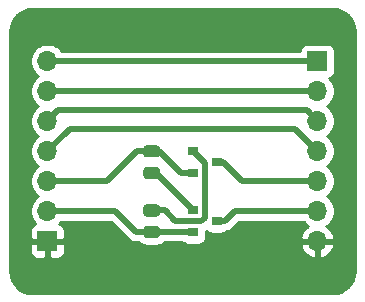
<source format=gbr>
%TF.GenerationSoftware,KiCad,Pcbnew,(5.1.10)-1*%
%TF.CreationDate,2021-06-13T21:16:24+02:00*%
%TF.ProjectId,esp_prog_uart_autoreset,6573705f-7072-46f6-975f-756172745f61,rev?*%
%TF.SameCoordinates,Original*%
%TF.FileFunction,Copper,L1,Top*%
%TF.FilePolarity,Positive*%
%FSLAX46Y46*%
G04 Gerber Fmt 4.6, Leading zero omitted, Abs format (unit mm)*
G04 Created by KiCad (PCBNEW (5.1.10)-1) date 2021-06-13 21:16:24*
%MOMM*%
%LPD*%
G01*
G04 APERTURE LIST*
%TA.AperFunction,SMDPad,CuDef*%
%ADD10R,0.900000X0.800000*%
%TD*%
%TA.AperFunction,ComponentPad*%
%ADD11R,1.700000X1.700000*%
%TD*%
%TA.AperFunction,ComponentPad*%
%ADD12O,1.700000X1.700000*%
%TD*%
%TA.AperFunction,Conductor*%
%ADD13C,0.500000*%
%TD*%
%TA.AperFunction,Conductor*%
%ADD14C,0.254000*%
%TD*%
%TA.AperFunction,Conductor*%
%ADD15C,0.100000*%
%TD*%
G04 APERTURE END LIST*
%TO.P,R2,1*%
%TO.N,Net-(Q2-Pad1)*%
%TA.AperFunction,SMDPad,CuDef*%
G36*
G01*
X143900002Y-101425000D02*
X142999998Y-101425000D01*
G75*
G02*
X142750000Y-101175002I0J249998D01*
G01*
X142750000Y-100649998D01*
G75*
G02*
X142999998Y-100400000I249998J0D01*
G01*
X143900002Y-100400000D01*
G75*
G02*
X144150000Y-100649998I0J-249998D01*
G01*
X144150000Y-101175002D01*
G75*
G02*
X143900002Y-101425000I-249998J0D01*
G01*
G37*
%TD.AperFunction*%
%TO.P,R2,2*%
%TO.N,UART_RTS*%
%TA.AperFunction,SMDPad,CuDef*%
G36*
G01*
X143900002Y-99600000D02*
X142999998Y-99600000D01*
G75*
G02*
X142750000Y-99350002I0J249998D01*
G01*
X142750000Y-98824998D01*
G75*
G02*
X142999998Y-98575000I249998J0D01*
G01*
X143900002Y-98575000D01*
G75*
G02*
X144150000Y-98824998I0J-249998D01*
G01*
X144150000Y-99350002D01*
G75*
G02*
X143900002Y-99600000I-249998J0D01*
G01*
G37*
%TD.AperFunction*%
%TD*%
%TO.P,R1,1*%
%TO.N,Net-(Q1-Pad1)*%
%TA.AperFunction,SMDPad,CuDef*%
G36*
G01*
X142999998Y-103575000D02*
X143900002Y-103575000D01*
G75*
G02*
X144150000Y-103824998I0J-249998D01*
G01*
X144150000Y-104350002D01*
G75*
G02*
X143900002Y-104600000I-249998J0D01*
G01*
X142999998Y-104600000D01*
G75*
G02*
X142750000Y-104350002I0J249998D01*
G01*
X142750000Y-103824998D01*
G75*
G02*
X142999998Y-103575000I249998J0D01*
G01*
G37*
%TD.AperFunction*%
%TO.P,R1,2*%
%TO.N,UART_DTR*%
%TA.AperFunction,SMDPad,CuDef*%
G36*
G01*
X142999998Y-105400000D02*
X143900002Y-105400000D01*
G75*
G02*
X144150000Y-105649998I0J-249998D01*
G01*
X144150000Y-106175002D01*
G75*
G02*
X143900002Y-106425000I-249998J0D01*
G01*
X142999998Y-106425000D01*
G75*
G02*
X142750000Y-106175002I0J249998D01*
G01*
X142750000Y-105649998D01*
G75*
G02*
X142999998Y-105400000I249998J0D01*
G01*
G37*
%TD.AperFunction*%
%TD*%
D10*
%TO.P,Q2,3*%
%TO.N,ESP_GPIO0*%
X148950000Y-105000000D03*
%TO.P,Q2,2*%
%TO.N,UART_DTR*%
X146950000Y-105950000D03*
%TO.P,Q2,1*%
%TO.N,Net-(Q2-Pad1)*%
X146950000Y-104050000D03*
%TD*%
%TO.P,Q1,1*%
%TO.N,Net-(Q1-Pad1)*%
X146950000Y-99050000D03*
%TO.P,Q1,2*%
%TO.N,UART_RTS*%
X146950000Y-100950000D03*
%TO.P,Q1,3*%
%TO.N,ESP_RESET*%
X148950000Y-100000000D03*
%TD*%
D11*
%TO.P,J2,1*%
%TO.N,POWER*%
X157480000Y-91440000D03*
D12*
%TO.P,J2,2*%
%TO.N,3.3V*%
X157480000Y-93980000D03*
%TO.P,J2,3*%
%TO.N,UART_TXD_2_ESP_RXD*%
X157480000Y-96520000D03*
%TO.P,J2,4*%
%TO.N,UART_RXD_2_ESP_TXD*%
X157480000Y-99060000D03*
%TO.P,J2,5*%
%TO.N,ESP_RESET*%
X157480000Y-101600000D03*
%TO.P,J2,6*%
%TO.N,ESP_GPIO0*%
X157480000Y-104140000D03*
%TO.P,J2,7*%
%TO.N,GND*%
X157480000Y-106680000D03*
%TD*%
D11*
%TO.P,J1,1*%
%TO.N,GND*%
X134620000Y-106680000D03*
D12*
%TO.P,J1,2*%
%TO.N,UART_DTR*%
X134620000Y-104140000D03*
%TO.P,J1,3*%
%TO.N,UART_RTS*%
X134620000Y-101600000D03*
%TO.P,J1,4*%
%TO.N,UART_RXD_2_ESP_TXD*%
X134620000Y-99060000D03*
%TO.P,J1,5*%
%TO.N,UART_TXD_2_ESP_RXD*%
X134620000Y-96520000D03*
%TO.P,J1,6*%
%TO.N,3.3V*%
X134620000Y-93980000D03*
%TO.P,J1,7*%
%TO.N,POWER*%
X134620000Y-91440000D03*
%TD*%
D13*
%TO.N,3.3V*%
X134620000Y-93980000D02*
X157480000Y-93980000D01*
%TO.N,UART_TXD_2_ESP_RXD*%
X156560000Y-95600000D02*
X157480000Y-96520000D01*
X135540000Y-95600000D02*
X156560000Y-95600000D01*
X134620000Y-96520000D02*
X135540000Y-95600000D01*
%TO.N,UART_RXD_2_ESP_TXD*%
X134620000Y-99060000D02*
X136525000Y-97155000D01*
X155575000Y-97155000D02*
X157480000Y-99060000D01*
X136525000Y-97155000D02*
X155575000Y-97155000D01*
%TO.N,UART_DTR*%
X146912500Y-105912500D02*
X146950000Y-105950000D01*
X143450000Y-105912500D02*
X146912500Y-105912500D01*
X134620000Y-104140000D02*
X140335000Y-104140000D01*
X142107500Y-105912500D02*
X143450000Y-105912500D01*
X140335000Y-104140000D02*
X142107500Y-105912500D01*
%TO.N,UART_RTS*%
X143450000Y-99087500D02*
X144037500Y-99087500D01*
X145900000Y-100950000D02*
X146950000Y-100950000D01*
X144037500Y-99087500D02*
X145900000Y-100950000D01*
X134620000Y-101600000D02*
X139700000Y-101600000D01*
X142212500Y-99087500D02*
X143450000Y-99087500D01*
X139700000Y-101600000D02*
X142212500Y-99087500D01*
%TO.N,ESP_GPIO0*%
X157480000Y-104140000D02*
X150495000Y-104140000D01*
X149635000Y-105000000D02*
X148950000Y-105000000D01*
X150495000Y-104140000D02*
X149635000Y-105000000D01*
%TO.N,ESP_RESET*%
X157480000Y-101600000D02*
X151130000Y-101600000D01*
X149530000Y-100000000D02*
X148950000Y-100000000D01*
X151130000Y-101600000D02*
X149530000Y-100000000D01*
%TO.N,Net-(Q1-Pad1)*%
X143450000Y-104087500D02*
X144537500Y-104087500D01*
X144537500Y-104087500D02*
X145450000Y-105000000D01*
X147660002Y-105000000D02*
X147950000Y-104710002D01*
X145450000Y-105000000D02*
X147660002Y-105000000D01*
X147950000Y-100050000D02*
X146950000Y-99050000D01*
X147950000Y-104710002D02*
X147950000Y-100050000D01*
%TO.N,Net-(Q2-Pad1)*%
X143812500Y-100912500D02*
X146950000Y-104050000D01*
X143450000Y-100912500D02*
X143812500Y-100912500D01*
%TO.N,POWER*%
X134620000Y-91440000D02*
X157480000Y-91440000D01*
%TD*%
D14*
%TO.N,GND*%
X159114545Y-87058909D02*
X159465208Y-87164780D01*
X159788625Y-87336744D01*
X160072484Y-87568254D01*
X160305965Y-87850486D01*
X160480183Y-88172695D01*
X160588502Y-88522614D01*
X160630001Y-88917452D01*
X160630000Y-109187721D01*
X160591091Y-109584545D01*
X160485220Y-109935206D01*
X160313257Y-110258623D01*
X160081748Y-110542482D01*
X159799514Y-110775965D01*
X159477304Y-110950184D01*
X159127385Y-111058502D01*
X158732557Y-111100000D01*
X133382279Y-111100000D01*
X132985455Y-111061091D01*
X132634794Y-110955220D01*
X132311377Y-110783257D01*
X132027518Y-110551748D01*
X131794035Y-110269514D01*
X131619816Y-109947304D01*
X131511498Y-109597385D01*
X131470000Y-109202557D01*
X131470000Y-107530000D01*
X133131928Y-107530000D01*
X133144188Y-107654482D01*
X133180498Y-107774180D01*
X133239463Y-107884494D01*
X133318815Y-107981185D01*
X133415506Y-108060537D01*
X133525820Y-108119502D01*
X133645518Y-108155812D01*
X133770000Y-108168072D01*
X134334250Y-108165000D01*
X134493000Y-108006250D01*
X134493000Y-106807000D01*
X134747000Y-106807000D01*
X134747000Y-108006250D01*
X134905750Y-108165000D01*
X135470000Y-108168072D01*
X135594482Y-108155812D01*
X135714180Y-108119502D01*
X135824494Y-108060537D01*
X135921185Y-107981185D01*
X136000537Y-107884494D01*
X136059502Y-107774180D01*
X136095812Y-107654482D01*
X136108072Y-107530000D01*
X136105000Y-106965750D01*
X135946250Y-106807000D01*
X134747000Y-106807000D01*
X134493000Y-106807000D01*
X133293750Y-106807000D01*
X133135000Y-106965750D01*
X133131928Y-107530000D01*
X131470000Y-107530000D01*
X131470000Y-105830000D01*
X133131928Y-105830000D01*
X133135000Y-106394250D01*
X133293750Y-106553000D01*
X134493000Y-106553000D01*
X134493000Y-106533000D01*
X134747000Y-106533000D01*
X134747000Y-106553000D01*
X135946250Y-106553000D01*
X136105000Y-106394250D01*
X136108072Y-105830000D01*
X136095812Y-105705518D01*
X136059502Y-105585820D01*
X136000537Y-105475506D01*
X135921185Y-105378815D01*
X135824494Y-105299463D01*
X135714180Y-105240498D01*
X135641620Y-105218487D01*
X135773475Y-105086632D01*
X135814656Y-105025000D01*
X139968422Y-105025000D01*
X141450970Y-106507549D01*
X141478683Y-106541317D01*
X141512451Y-106569030D01*
X141512453Y-106569032D01*
X141613441Y-106651911D01*
X141767186Y-106734089D01*
X141934010Y-106784695D01*
X142064023Y-106797500D01*
X142064031Y-106797500D01*
X142107500Y-106801781D01*
X142150969Y-106797500D01*
X142367555Y-106797500D01*
X142372038Y-106802962D01*
X142506613Y-106913405D01*
X142660148Y-106995472D01*
X142826744Y-107046008D01*
X142999998Y-107063072D01*
X143900002Y-107063072D01*
X144073256Y-107046008D01*
X144103314Y-107036890D01*
X156038524Y-107036890D01*
X156083175Y-107184099D01*
X156208359Y-107446920D01*
X156382412Y-107680269D01*
X156598645Y-107875178D01*
X156848748Y-108024157D01*
X157123109Y-108121481D01*
X157353000Y-108000814D01*
X157353000Y-106807000D01*
X157607000Y-106807000D01*
X157607000Y-108000814D01*
X157836891Y-108121481D01*
X158111252Y-108024157D01*
X158361355Y-107875178D01*
X158577588Y-107680269D01*
X158751641Y-107446920D01*
X158876825Y-107184099D01*
X158921476Y-107036890D01*
X158800155Y-106807000D01*
X157607000Y-106807000D01*
X157353000Y-106807000D01*
X156159845Y-106807000D01*
X156038524Y-107036890D01*
X144103314Y-107036890D01*
X144239852Y-106995472D01*
X144393387Y-106913405D01*
X144527962Y-106802962D01*
X144532445Y-106797500D01*
X146045791Y-106797500D01*
X146048815Y-106801185D01*
X146145506Y-106880537D01*
X146255820Y-106939502D01*
X146375518Y-106975812D01*
X146500000Y-106988072D01*
X147400000Y-106988072D01*
X147524482Y-106975812D01*
X147644180Y-106939502D01*
X147754494Y-106880537D01*
X147851185Y-106801185D01*
X147930537Y-106704494D01*
X147989502Y-106594180D01*
X148025812Y-106474482D01*
X148038072Y-106350000D01*
X148038072Y-105838095D01*
X148048815Y-105851185D01*
X148145506Y-105930537D01*
X148255820Y-105989502D01*
X148375518Y-106025812D01*
X148500000Y-106038072D01*
X149400000Y-106038072D01*
X149524482Y-106025812D01*
X149644180Y-105989502D01*
X149754494Y-105930537D01*
X149835608Y-105863969D01*
X149975313Y-105821589D01*
X150129059Y-105739411D01*
X150263817Y-105628817D01*
X150291534Y-105595044D01*
X150861579Y-105025000D01*
X156285344Y-105025000D01*
X156326525Y-105086632D01*
X156533368Y-105293475D01*
X156715534Y-105415195D01*
X156598645Y-105484822D01*
X156382412Y-105679731D01*
X156208359Y-105913080D01*
X156083175Y-106175901D01*
X156038524Y-106323110D01*
X156159845Y-106553000D01*
X157353000Y-106553000D01*
X157353000Y-106533000D01*
X157607000Y-106533000D01*
X157607000Y-106553000D01*
X158800155Y-106553000D01*
X158921476Y-106323110D01*
X158876825Y-106175901D01*
X158751641Y-105913080D01*
X158577588Y-105679731D01*
X158361355Y-105484822D01*
X158244466Y-105415195D01*
X158426632Y-105293475D01*
X158633475Y-105086632D01*
X158795990Y-104843411D01*
X158907932Y-104573158D01*
X158965000Y-104286260D01*
X158965000Y-103993740D01*
X158907932Y-103706842D01*
X158795990Y-103436589D01*
X158633475Y-103193368D01*
X158426632Y-102986525D01*
X158252240Y-102870000D01*
X158426632Y-102753475D01*
X158633475Y-102546632D01*
X158795990Y-102303411D01*
X158907932Y-102033158D01*
X158965000Y-101746260D01*
X158965000Y-101453740D01*
X158907932Y-101166842D01*
X158795990Y-100896589D01*
X158633475Y-100653368D01*
X158426632Y-100446525D01*
X158252240Y-100330000D01*
X158426632Y-100213475D01*
X158633475Y-100006632D01*
X158795990Y-99763411D01*
X158907932Y-99493158D01*
X158965000Y-99206260D01*
X158965000Y-98913740D01*
X158907932Y-98626842D01*
X158795990Y-98356589D01*
X158633475Y-98113368D01*
X158426632Y-97906525D01*
X158252240Y-97790000D01*
X158426632Y-97673475D01*
X158633475Y-97466632D01*
X158795990Y-97223411D01*
X158907932Y-96953158D01*
X158965000Y-96666260D01*
X158965000Y-96373740D01*
X158907932Y-96086842D01*
X158795990Y-95816589D01*
X158633475Y-95573368D01*
X158426632Y-95366525D01*
X158252240Y-95250000D01*
X158426632Y-95133475D01*
X158633475Y-94926632D01*
X158795990Y-94683411D01*
X158907932Y-94413158D01*
X158965000Y-94126260D01*
X158965000Y-93833740D01*
X158907932Y-93546842D01*
X158795990Y-93276589D01*
X158633475Y-93033368D01*
X158501620Y-92901513D01*
X158574180Y-92879502D01*
X158684494Y-92820537D01*
X158781185Y-92741185D01*
X158860537Y-92644494D01*
X158919502Y-92534180D01*
X158955812Y-92414482D01*
X158968072Y-92290000D01*
X158968072Y-90590000D01*
X158955812Y-90465518D01*
X158919502Y-90345820D01*
X158860537Y-90235506D01*
X158781185Y-90138815D01*
X158684494Y-90059463D01*
X158574180Y-90000498D01*
X158454482Y-89964188D01*
X158330000Y-89951928D01*
X156630000Y-89951928D01*
X156505518Y-89964188D01*
X156385820Y-90000498D01*
X156275506Y-90059463D01*
X156178815Y-90138815D01*
X156099463Y-90235506D01*
X156040498Y-90345820D01*
X156004188Y-90465518D01*
X155995375Y-90555000D01*
X135814656Y-90555000D01*
X135773475Y-90493368D01*
X135566632Y-90286525D01*
X135323411Y-90124010D01*
X135053158Y-90012068D01*
X134766260Y-89955000D01*
X134473740Y-89955000D01*
X134186842Y-90012068D01*
X133916589Y-90124010D01*
X133673368Y-90286525D01*
X133466525Y-90493368D01*
X133304010Y-90736589D01*
X133192068Y-91006842D01*
X133135000Y-91293740D01*
X133135000Y-91586260D01*
X133192068Y-91873158D01*
X133304010Y-92143411D01*
X133466525Y-92386632D01*
X133673368Y-92593475D01*
X133847760Y-92710000D01*
X133673368Y-92826525D01*
X133466525Y-93033368D01*
X133304010Y-93276589D01*
X133192068Y-93546842D01*
X133135000Y-93833740D01*
X133135000Y-94126260D01*
X133192068Y-94413158D01*
X133304010Y-94683411D01*
X133466525Y-94926632D01*
X133673368Y-95133475D01*
X133847760Y-95250000D01*
X133673368Y-95366525D01*
X133466525Y-95573368D01*
X133304010Y-95816589D01*
X133192068Y-96086842D01*
X133135000Y-96373740D01*
X133135000Y-96666260D01*
X133192068Y-96953158D01*
X133304010Y-97223411D01*
X133466525Y-97466632D01*
X133673368Y-97673475D01*
X133847760Y-97790000D01*
X133673368Y-97906525D01*
X133466525Y-98113368D01*
X133304010Y-98356589D01*
X133192068Y-98626842D01*
X133135000Y-98913740D01*
X133135000Y-99206260D01*
X133192068Y-99493158D01*
X133304010Y-99763411D01*
X133466525Y-100006632D01*
X133673368Y-100213475D01*
X133847760Y-100330000D01*
X133673368Y-100446525D01*
X133466525Y-100653368D01*
X133304010Y-100896589D01*
X133192068Y-101166842D01*
X133135000Y-101453740D01*
X133135000Y-101746260D01*
X133192068Y-102033158D01*
X133304010Y-102303411D01*
X133466525Y-102546632D01*
X133673368Y-102753475D01*
X133847760Y-102870000D01*
X133673368Y-102986525D01*
X133466525Y-103193368D01*
X133304010Y-103436589D01*
X133192068Y-103706842D01*
X133135000Y-103993740D01*
X133135000Y-104286260D01*
X133192068Y-104573158D01*
X133304010Y-104843411D01*
X133466525Y-105086632D01*
X133598380Y-105218487D01*
X133525820Y-105240498D01*
X133415506Y-105299463D01*
X133318815Y-105378815D01*
X133239463Y-105475506D01*
X133180498Y-105585820D01*
X133144188Y-105705518D01*
X133131928Y-105830000D01*
X131470000Y-105830000D01*
X131470000Y-88932279D01*
X131508909Y-88535455D01*
X131614780Y-88184792D01*
X131786744Y-87861375D01*
X132018254Y-87577516D01*
X132300486Y-87344035D01*
X132622695Y-87169817D01*
X132972614Y-87061498D01*
X133367443Y-87020000D01*
X158717721Y-87020000D01*
X159114545Y-87058909D01*
%TA.AperFunction,Conductor*%
D15*
G36*
X159114545Y-87058909D02*
G01*
X159465208Y-87164780D01*
X159788625Y-87336744D01*
X160072484Y-87568254D01*
X160305965Y-87850486D01*
X160480183Y-88172695D01*
X160588502Y-88522614D01*
X160630001Y-88917452D01*
X160630000Y-109187721D01*
X160591091Y-109584545D01*
X160485220Y-109935206D01*
X160313257Y-110258623D01*
X160081748Y-110542482D01*
X159799514Y-110775965D01*
X159477304Y-110950184D01*
X159127385Y-111058502D01*
X158732557Y-111100000D01*
X133382279Y-111100000D01*
X132985455Y-111061091D01*
X132634794Y-110955220D01*
X132311377Y-110783257D01*
X132027518Y-110551748D01*
X131794035Y-110269514D01*
X131619816Y-109947304D01*
X131511498Y-109597385D01*
X131470000Y-109202557D01*
X131470000Y-107530000D01*
X133131928Y-107530000D01*
X133144188Y-107654482D01*
X133180498Y-107774180D01*
X133239463Y-107884494D01*
X133318815Y-107981185D01*
X133415506Y-108060537D01*
X133525820Y-108119502D01*
X133645518Y-108155812D01*
X133770000Y-108168072D01*
X134334250Y-108165000D01*
X134493000Y-108006250D01*
X134493000Y-106807000D01*
X134747000Y-106807000D01*
X134747000Y-108006250D01*
X134905750Y-108165000D01*
X135470000Y-108168072D01*
X135594482Y-108155812D01*
X135714180Y-108119502D01*
X135824494Y-108060537D01*
X135921185Y-107981185D01*
X136000537Y-107884494D01*
X136059502Y-107774180D01*
X136095812Y-107654482D01*
X136108072Y-107530000D01*
X136105000Y-106965750D01*
X135946250Y-106807000D01*
X134747000Y-106807000D01*
X134493000Y-106807000D01*
X133293750Y-106807000D01*
X133135000Y-106965750D01*
X133131928Y-107530000D01*
X131470000Y-107530000D01*
X131470000Y-105830000D01*
X133131928Y-105830000D01*
X133135000Y-106394250D01*
X133293750Y-106553000D01*
X134493000Y-106553000D01*
X134493000Y-106533000D01*
X134747000Y-106533000D01*
X134747000Y-106553000D01*
X135946250Y-106553000D01*
X136105000Y-106394250D01*
X136108072Y-105830000D01*
X136095812Y-105705518D01*
X136059502Y-105585820D01*
X136000537Y-105475506D01*
X135921185Y-105378815D01*
X135824494Y-105299463D01*
X135714180Y-105240498D01*
X135641620Y-105218487D01*
X135773475Y-105086632D01*
X135814656Y-105025000D01*
X139968422Y-105025000D01*
X141450970Y-106507549D01*
X141478683Y-106541317D01*
X141512451Y-106569030D01*
X141512453Y-106569032D01*
X141613441Y-106651911D01*
X141767186Y-106734089D01*
X141934010Y-106784695D01*
X142064023Y-106797500D01*
X142064031Y-106797500D01*
X142107500Y-106801781D01*
X142150969Y-106797500D01*
X142367555Y-106797500D01*
X142372038Y-106802962D01*
X142506613Y-106913405D01*
X142660148Y-106995472D01*
X142826744Y-107046008D01*
X142999998Y-107063072D01*
X143900002Y-107063072D01*
X144073256Y-107046008D01*
X144103314Y-107036890D01*
X156038524Y-107036890D01*
X156083175Y-107184099D01*
X156208359Y-107446920D01*
X156382412Y-107680269D01*
X156598645Y-107875178D01*
X156848748Y-108024157D01*
X157123109Y-108121481D01*
X157353000Y-108000814D01*
X157353000Y-106807000D01*
X157607000Y-106807000D01*
X157607000Y-108000814D01*
X157836891Y-108121481D01*
X158111252Y-108024157D01*
X158361355Y-107875178D01*
X158577588Y-107680269D01*
X158751641Y-107446920D01*
X158876825Y-107184099D01*
X158921476Y-107036890D01*
X158800155Y-106807000D01*
X157607000Y-106807000D01*
X157353000Y-106807000D01*
X156159845Y-106807000D01*
X156038524Y-107036890D01*
X144103314Y-107036890D01*
X144239852Y-106995472D01*
X144393387Y-106913405D01*
X144527962Y-106802962D01*
X144532445Y-106797500D01*
X146045791Y-106797500D01*
X146048815Y-106801185D01*
X146145506Y-106880537D01*
X146255820Y-106939502D01*
X146375518Y-106975812D01*
X146500000Y-106988072D01*
X147400000Y-106988072D01*
X147524482Y-106975812D01*
X147644180Y-106939502D01*
X147754494Y-106880537D01*
X147851185Y-106801185D01*
X147930537Y-106704494D01*
X147989502Y-106594180D01*
X148025812Y-106474482D01*
X148038072Y-106350000D01*
X148038072Y-105838095D01*
X148048815Y-105851185D01*
X148145506Y-105930537D01*
X148255820Y-105989502D01*
X148375518Y-106025812D01*
X148500000Y-106038072D01*
X149400000Y-106038072D01*
X149524482Y-106025812D01*
X149644180Y-105989502D01*
X149754494Y-105930537D01*
X149835608Y-105863969D01*
X149975313Y-105821589D01*
X150129059Y-105739411D01*
X150263817Y-105628817D01*
X150291534Y-105595044D01*
X150861579Y-105025000D01*
X156285344Y-105025000D01*
X156326525Y-105086632D01*
X156533368Y-105293475D01*
X156715534Y-105415195D01*
X156598645Y-105484822D01*
X156382412Y-105679731D01*
X156208359Y-105913080D01*
X156083175Y-106175901D01*
X156038524Y-106323110D01*
X156159845Y-106553000D01*
X157353000Y-106553000D01*
X157353000Y-106533000D01*
X157607000Y-106533000D01*
X157607000Y-106553000D01*
X158800155Y-106553000D01*
X158921476Y-106323110D01*
X158876825Y-106175901D01*
X158751641Y-105913080D01*
X158577588Y-105679731D01*
X158361355Y-105484822D01*
X158244466Y-105415195D01*
X158426632Y-105293475D01*
X158633475Y-105086632D01*
X158795990Y-104843411D01*
X158907932Y-104573158D01*
X158965000Y-104286260D01*
X158965000Y-103993740D01*
X158907932Y-103706842D01*
X158795990Y-103436589D01*
X158633475Y-103193368D01*
X158426632Y-102986525D01*
X158252240Y-102870000D01*
X158426632Y-102753475D01*
X158633475Y-102546632D01*
X158795990Y-102303411D01*
X158907932Y-102033158D01*
X158965000Y-101746260D01*
X158965000Y-101453740D01*
X158907932Y-101166842D01*
X158795990Y-100896589D01*
X158633475Y-100653368D01*
X158426632Y-100446525D01*
X158252240Y-100330000D01*
X158426632Y-100213475D01*
X158633475Y-100006632D01*
X158795990Y-99763411D01*
X158907932Y-99493158D01*
X158965000Y-99206260D01*
X158965000Y-98913740D01*
X158907932Y-98626842D01*
X158795990Y-98356589D01*
X158633475Y-98113368D01*
X158426632Y-97906525D01*
X158252240Y-97790000D01*
X158426632Y-97673475D01*
X158633475Y-97466632D01*
X158795990Y-97223411D01*
X158907932Y-96953158D01*
X158965000Y-96666260D01*
X158965000Y-96373740D01*
X158907932Y-96086842D01*
X158795990Y-95816589D01*
X158633475Y-95573368D01*
X158426632Y-95366525D01*
X158252240Y-95250000D01*
X158426632Y-95133475D01*
X158633475Y-94926632D01*
X158795990Y-94683411D01*
X158907932Y-94413158D01*
X158965000Y-94126260D01*
X158965000Y-93833740D01*
X158907932Y-93546842D01*
X158795990Y-93276589D01*
X158633475Y-93033368D01*
X158501620Y-92901513D01*
X158574180Y-92879502D01*
X158684494Y-92820537D01*
X158781185Y-92741185D01*
X158860537Y-92644494D01*
X158919502Y-92534180D01*
X158955812Y-92414482D01*
X158968072Y-92290000D01*
X158968072Y-90590000D01*
X158955812Y-90465518D01*
X158919502Y-90345820D01*
X158860537Y-90235506D01*
X158781185Y-90138815D01*
X158684494Y-90059463D01*
X158574180Y-90000498D01*
X158454482Y-89964188D01*
X158330000Y-89951928D01*
X156630000Y-89951928D01*
X156505518Y-89964188D01*
X156385820Y-90000498D01*
X156275506Y-90059463D01*
X156178815Y-90138815D01*
X156099463Y-90235506D01*
X156040498Y-90345820D01*
X156004188Y-90465518D01*
X155995375Y-90555000D01*
X135814656Y-90555000D01*
X135773475Y-90493368D01*
X135566632Y-90286525D01*
X135323411Y-90124010D01*
X135053158Y-90012068D01*
X134766260Y-89955000D01*
X134473740Y-89955000D01*
X134186842Y-90012068D01*
X133916589Y-90124010D01*
X133673368Y-90286525D01*
X133466525Y-90493368D01*
X133304010Y-90736589D01*
X133192068Y-91006842D01*
X133135000Y-91293740D01*
X133135000Y-91586260D01*
X133192068Y-91873158D01*
X133304010Y-92143411D01*
X133466525Y-92386632D01*
X133673368Y-92593475D01*
X133847760Y-92710000D01*
X133673368Y-92826525D01*
X133466525Y-93033368D01*
X133304010Y-93276589D01*
X133192068Y-93546842D01*
X133135000Y-93833740D01*
X133135000Y-94126260D01*
X133192068Y-94413158D01*
X133304010Y-94683411D01*
X133466525Y-94926632D01*
X133673368Y-95133475D01*
X133847760Y-95250000D01*
X133673368Y-95366525D01*
X133466525Y-95573368D01*
X133304010Y-95816589D01*
X133192068Y-96086842D01*
X133135000Y-96373740D01*
X133135000Y-96666260D01*
X133192068Y-96953158D01*
X133304010Y-97223411D01*
X133466525Y-97466632D01*
X133673368Y-97673475D01*
X133847760Y-97790000D01*
X133673368Y-97906525D01*
X133466525Y-98113368D01*
X133304010Y-98356589D01*
X133192068Y-98626842D01*
X133135000Y-98913740D01*
X133135000Y-99206260D01*
X133192068Y-99493158D01*
X133304010Y-99763411D01*
X133466525Y-100006632D01*
X133673368Y-100213475D01*
X133847760Y-100330000D01*
X133673368Y-100446525D01*
X133466525Y-100653368D01*
X133304010Y-100896589D01*
X133192068Y-101166842D01*
X133135000Y-101453740D01*
X133135000Y-101746260D01*
X133192068Y-102033158D01*
X133304010Y-102303411D01*
X133466525Y-102546632D01*
X133673368Y-102753475D01*
X133847760Y-102870000D01*
X133673368Y-102986525D01*
X133466525Y-103193368D01*
X133304010Y-103436589D01*
X133192068Y-103706842D01*
X133135000Y-103993740D01*
X133135000Y-104286260D01*
X133192068Y-104573158D01*
X133304010Y-104843411D01*
X133466525Y-105086632D01*
X133598380Y-105218487D01*
X133525820Y-105240498D01*
X133415506Y-105299463D01*
X133318815Y-105378815D01*
X133239463Y-105475506D01*
X133180498Y-105585820D01*
X133144188Y-105705518D01*
X133131928Y-105830000D01*
X131470000Y-105830000D01*
X131470000Y-88932279D01*
X131508909Y-88535455D01*
X131614780Y-88184792D01*
X131786744Y-87861375D01*
X132018254Y-87577516D01*
X132300486Y-87344035D01*
X132622695Y-87169817D01*
X132972614Y-87061498D01*
X133367443Y-87020000D01*
X158717721Y-87020000D01*
X159114545Y-87058909D01*
G37*
%TD.AperFunction*%
%TD*%
M02*

</source>
